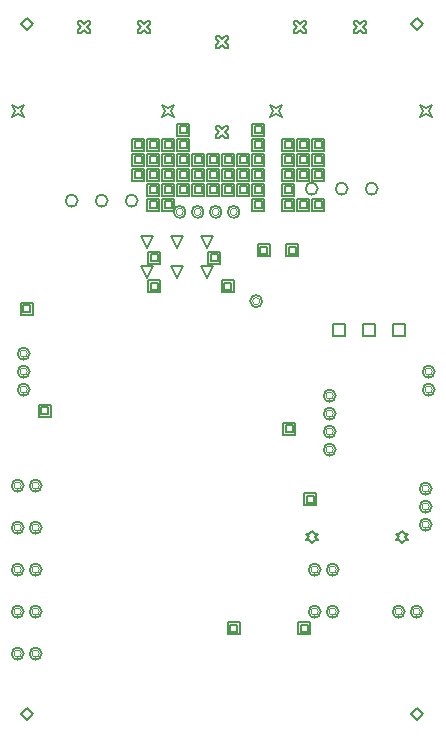
<source format=gbr>
%TF.GenerationSoftware,Altium Limited,Altium Designer,22.5.1 (42)*%
G04 Layer_Color=2752767*
%FSLAX26Y26*%
%MOIN*%
%TF.SameCoordinates,CF75AC15-3A71-4360-887B-83ED2C6183BC*%
%TF.FilePolarity,Positive*%
%TF.FileFunction,Drawing*%
%TF.Part,Single*%
G01*
G75*
%TA.AperFunction,NonConductor*%
%ADD51C,0.005000*%
%ADD72C,0.006667*%
%ADD74C,0.004000*%
D51*
X730000Y2020000D02*
X740000D01*
X750000Y2030000D01*
X760000Y2020000D01*
X770000D01*
Y2030000D01*
X760000Y2040000D01*
X770000Y2050000D01*
Y2060000D01*
X760000D01*
X750000Y2050000D01*
X740000Y2060000D01*
X730000D01*
Y2050000D01*
X740000Y2040000D01*
X730000Y2030000D01*
Y2020000D01*
Y2320000D02*
X740000D01*
X750000Y2330000D01*
X760000Y2320000D01*
X770000D01*
Y2330000D01*
X760000Y2340000D01*
X770000Y2350000D01*
Y2360000D01*
X760000D01*
X750000Y2350000D01*
X740000Y2360000D01*
X730000D01*
Y2350000D01*
X740000Y2340000D01*
X730000Y2330000D01*
Y2320000D01*
X80000Y2400000D02*
X100000Y2420000D01*
X120000Y2400000D01*
X100000Y2380000D01*
X80000Y2400000D01*
X1380000D02*
X1400000Y2420000D01*
X1420000Y2400000D01*
X1400000Y2380000D01*
X1380000Y2400000D01*
X80000Y100000D02*
X100000Y120000D01*
X120000Y100000D01*
X100000Y80000D01*
X80000Y100000D01*
X1380000D02*
X1400000Y120000D01*
X1420000Y100000D01*
X1400000Y80000D01*
X1380000Y100000D01*
X270000Y2370000D02*
X280000D01*
X290000Y2380000D01*
X300000Y2370000D01*
X310000D01*
Y2380000D01*
X300000Y2390000D01*
X310000Y2400000D01*
Y2410000D01*
X300000D01*
X290000Y2400000D01*
X280000Y2410000D01*
X270000D01*
Y2400000D01*
X280000Y2390000D01*
X270000Y2380000D01*
Y2370000D01*
X470000D02*
X480000D01*
X490000Y2380000D01*
X500000Y2370000D01*
X510000D01*
Y2380000D01*
X500000Y2390000D01*
X510000Y2400000D01*
Y2410000D01*
X500000D01*
X490000Y2400000D01*
X480000Y2410000D01*
X470000D01*
Y2400000D01*
X480000Y2390000D01*
X470000Y2380000D01*
Y2370000D01*
X1190000D02*
X1200000D01*
X1210000Y2380000D01*
X1220000Y2370000D01*
X1230000D01*
Y2380000D01*
X1220000Y2390000D01*
X1230000Y2400000D01*
Y2410000D01*
X1220000D01*
X1210000Y2400000D01*
X1200000Y2410000D01*
X1190000D01*
Y2400000D01*
X1200000Y2390000D01*
X1190000Y2380000D01*
Y2370000D01*
X990000D02*
X1000000D01*
X1010000Y2380000D01*
X1020000Y2370000D01*
X1030000D01*
Y2380000D01*
X1020000Y2390000D01*
X1030000Y2400000D01*
Y2410000D01*
X1020000D01*
X1010000Y2400000D01*
X1000000Y2410000D01*
X990000D01*
Y2400000D01*
X1000000Y2390000D01*
X990000Y2380000D01*
Y2370000D01*
X550000Y2090000D02*
X560000Y2110000D01*
X550000Y2130000D01*
X570000Y2120000D01*
X590000Y2130000D01*
X580000Y2110000D01*
X590000Y2090000D01*
X570000Y2100000D01*
X550000Y2090000D01*
X50000D02*
X60000Y2110000D01*
X50000Y2130000D01*
X70000Y2120000D01*
X90000Y2130000D01*
X80000Y2110000D01*
X90000Y2090000D01*
X70000Y2100000D01*
X50000Y2090000D01*
X910000D02*
X920000Y2110000D01*
X910000Y2130000D01*
X930000Y2120000D01*
X950000Y2130000D01*
X940000Y2110000D01*
X950000Y2090000D01*
X930000Y2100000D01*
X910000Y2090000D01*
X1410000D02*
X1420000Y2110000D01*
X1410000Y2130000D01*
X1430000Y2120000D01*
X1450000Y2130000D01*
X1440000Y2110000D01*
X1450000Y2090000D01*
X1430000Y2100000D01*
X1410000Y2090000D01*
X1050000Y670000D02*
X1060000Y680000D01*
X1070000D01*
X1060000Y690000D01*
X1070000Y700000D01*
X1060000D01*
X1050000Y710000D01*
X1040000Y700000D01*
X1030000D01*
X1040000Y690000D01*
X1030000Y680000D01*
X1040000D01*
X1050000Y670000D01*
X1350000D02*
X1360000Y680000D01*
X1370000D01*
X1360000Y690000D01*
X1370000Y700000D01*
X1360000D01*
X1350000Y710000D01*
X1340000Y700000D01*
X1330000D01*
X1340000Y690000D01*
X1330000Y680000D01*
X1340000D01*
X1350000Y670000D01*
X1320000Y1360000D02*
Y1400000D01*
X1360000D01*
Y1360000D01*
X1320000D01*
X1220000D02*
Y1400000D01*
X1260000D01*
Y1360000D01*
X1220000D01*
X1120000D02*
Y1400000D01*
X1160000D01*
Y1360000D01*
X1120000D01*
X700000Y1651000D02*
X680000Y1691000D01*
X720000D01*
X700000Y1651000D01*
Y1551000D02*
X680000Y1591000D01*
X720000D01*
X700000Y1551000D01*
X600000Y1651000D02*
X580000Y1691000D01*
X620000D01*
X600000Y1651000D01*
Y1551000D02*
X580000Y1591000D01*
X620000D01*
X600000Y1551000D01*
X500000Y1651000D02*
X480000Y1691000D01*
X520000D01*
X500000Y1651000D01*
Y1551000D02*
X480000Y1591000D01*
X520000D01*
X500000Y1551000D01*
X505000Y1600000D02*
Y1640000D01*
X545000D01*
Y1600000D01*
X505000D01*
X513000Y1608000D02*
Y1632000D01*
X537000D01*
Y1608000D01*
X513000D01*
X705000Y1600000D02*
Y1640000D01*
X745000D01*
Y1600000D01*
X705000D01*
X713000Y1608000D02*
Y1632000D01*
X737000D01*
Y1608000D01*
X713000D01*
X965000Y1625000D02*
Y1665000D01*
X1005000D01*
Y1625000D01*
X965000D01*
X973000Y1633000D02*
Y1657000D01*
X997000D01*
Y1633000D01*
X973000D01*
X870000Y1625000D02*
Y1665000D01*
X910000D01*
Y1625000D01*
X870000D01*
X878000Y1633000D02*
Y1657000D01*
X902000D01*
Y1633000D01*
X878000D01*
X505000Y1505000D02*
Y1545000D01*
X545000D01*
Y1505000D01*
X505000D01*
X513000Y1513000D02*
Y1537000D01*
X537000D01*
Y1513000D01*
X513000D01*
X750000Y1505000D02*
Y1545000D01*
X790000D01*
Y1505000D01*
X750000D01*
X758000Y1513000D02*
Y1537000D01*
X782000D01*
Y1513000D01*
X758000D01*
X852000Y1777000D02*
Y1817000D01*
X892000D01*
Y1777000D01*
X852000D01*
X860000Y1785000D02*
Y1809000D01*
X884000D01*
Y1785000D01*
X860000D01*
X952000Y1777000D02*
Y1817000D01*
X992000D01*
Y1777000D01*
X952000D01*
X960000Y1785000D02*
Y1809000D01*
X984000D01*
Y1785000D01*
X960000D01*
X952000Y1977000D02*
Y2017000D01*
X992000D01*
Y1977000D01*
X952000D01*
X960000Y1985000D02*
Y2009000D01*
X984000D01*
Y1985000D01*
X960000D01*
X952000Y1927000D02*
Y1967000D01*
X992000D01*
Y1927000D01*
X952000D01*
X960000Y1935000D02*
Y1959000D01*
X984000D01*
Y1935000D01*
X960000D01*
X952000Y1877000D02*
Y1917000D01*
X992000D01*
Y1877000D01*
X952000D01*
X960000Y1885000D02*
Y1909000D01*
X984000D01*
Y1885000D01*
X960000D01*
X952000Y1827000D02*
Y1867000D01*
X992000D01*
Y1827000D01*
X952000D01*
X960000Y1835000D02*
Y1859000D01*
X984000D01*
Y1835000D01*
X960000D01*
X1025000Y795000D02*
Y835000D01*
X1065000D01*
Y795000D01*
X1025000D01*
X1033000Y803000D02*
Y827000D01*
X1057000D01*
Y803000D01*
X1033000D01*
X770000Y365000D02*
Y405000D01*
X810000D01*
Y365000D01*
X770000D01*
X778000Y373000D02*
Y397000D01*
X802000D01*
Y373000D01*
X778000D01*
X1005000Y365000D02*
Y405000D01*
X1045000D01*
Y365000D01*
X1005000D01*
X1013000Y373000D02*
Y397000D01*
X1037000D01*
Y373000D01*
X1013000D01*
X1052000Y1977000D02*
Y2017000D01*
X1092000D01*
Y1977000D01*
X1052000D01*
X1060000Y1985000D02*
Y2009000D01*
X1084000D01*
Y1985000D01*
X1060000D01*
X1052000Y1927000D02*
Y1967000D01*
X1092000D01*
Y1927000D01*
X1052000D01*
X1060000Y1935000D02*
Y1959000D01*
X1084000D01*
Y1935000D01*
X1060000D01*
X1052000Y1877000D02*
Y1917000D01*
X1092000D01*
Y1877000D01*
X1052000D01*
X1060000Y1885000D02*
Y1909000D01*
X1084000D01*
Y1885000D01*
X1060000D01*
X1052000Y1777000D02*
Y1817000D01*
X1092000D01*
Y1777000D01*
X1052000D01*
X1060000Y1785000D02*
Y1809000D01*
X1084000D01*
Y1785000D01*
X1060000D01*
X1002000Y1977000D02*
Y2017000D01*
X1042000D01*
Y1977000D01*
X1002000D01*
X1010000Y1985000D02*
Y2009000D01*
X1034000D01*
Y1985000D01*
X1010000D01*
X1002000Y1927000D02*
Y1967000D01*
X1042000D01*
Y1927000D01*
X1002000D01*
X1010000Y1935000D02*
Y1959000D01*
X1034000D01*
Y1935000D01*
X1010000D01*
X1002000Y1877000D02*
Y1917000D01*
X1042000D01*
Y1877000D01*
X1002000D01*
X1010000Y1885000D02*
Y1909000D01*
X1034000D01*
Y1885000D01*
X1010000D01*
X1002000Y1777000D02*
Y1817000D01*
X1042000D01*
Y1777000D01*
X1002000D01*
X1010000Y1785000D02*
Y1809000D01*
X1034000D01*
Y1785000D01*
X1010000D01*
X852000Y2027000D02*
Y2067000D01*
X892000D01*
Y2027000D01*
X852000D01*
X860000Y2035000D02*
Y2059000D01*
X884000D01*
Y2035000D01*
X860000D01*
X852000Y1977000D02*
Y2017000D01*
X892000D01*
Y1977000D01*
X852000D01*
X860000Y1985000D02*
Y2009000D01*
X884000D01*
Y1985000D01*
X860000D01*
X852000Y1927000D02*
Y1967000D01*
X892000D01*
Y1927000D01*
X852000D01*
X860000Y1935000D02*
Y1959000D01*
X884000D01*
Y1935000D01*
X860000D01*
X852000Y1877000D02*
Y1917000D01*
X892000D01*
Y1877000D01*
X852000D01*
X860000Y1885000D02*
Y1909000D01*
X884000D01*
Y1885000D01*
X860000D01*
X852000Y1827000D02*
Y1867000D01*
X892000D01*
Y1827000D01*
X852000D01*
X860000Y1835000D02*
Y1859000D01*
X884000D01*
Y1835000D01*
X860000D01*
X802000Y1927000D02*
Y1967000D01*
X842000D01*
Y1927000D01*
X802000D01*
X810000Y1935000D02*
Y1959000D01*
X834000D01*
Y1935000D01*
X810000D01*
X802000Y1877000D02*
Y1917000D01*
X842000D01*
Y1877000D01*
X802000D01*
X810000Y1885000D02*
Y1909000D01*
X834000D01*
Y1885000D01*
X810000D01*
X802000Y1827000D02*
Y1867000D01*
X842000D01*
Y1827000D01*
X802000D01*
X810000Y1835000D02*
Y1859000D01*
X834000D01*
Y1835000D01*
X810000D01*
X752000Y1927000D02*
Y1967000D01*
X792000D01*
Y1927000D01*
X752000D01*
X760000Y1935000D02*
Y1959000D01*
X784000D01*
Y1935000D01*
X760000D01*
X752000Y1877000D02*
Y1917000D01*
X792000D01*
Y1877000D01*
X752000D01*
X760000Y1885000D02*
Y1909000D01*
X784000D01*
Y1885000D01*
X760000D01*
X752000Y1827000D02*
Y1867000D01*
X792000D01*
Y1827000D01*
X752000D01*
X760000Y1835000D02*
Y1859000D01*
X784000D01*
Y1835000D01*
X760000D01*
X702000Y1927000D02*
Y1967000D01*
X742000D01*
Y1927000D01*
X702000D01*
X710000Y1935000D02*
Y1959000D01*
X734000D01*
Y1935000D01*
X710000D01*
X702000Y1877000D02*
Y1917000D01*
X742000D01*
Y1877000D01*
X702000D01*
X710000Y1885000D02*
Y1909000D01*
X734000D01*
Y1885000D01*
X710000D01*
X702000Y1827000D02*
Y1867000D01*
X742000D01*
Y1827000D01*
X702000D01*
X710000Y1835000D02*
Y1859000D01*
X734000D01*
Y1835000D01*
X710000D01*
X652000Y1927000D02*
Y1967000D01*
X692000D01*
Y1927000D01*
X652000D01*
X660000Y1935000D02*
Y1959000D01*
X684000D01*
Y1935000D01*
X660000D01*
X652000Y1877000D02*
Y1917000D01*
X692000D01*
Y1877000D01*
X652000D01*
X660000Y1885000D02*
Y1909000D01*
X684000D01*
Y1885000D01*
X660000D01*
X652000Y1827000D02*
Y1867000D01*
X692000D01*
Y1827000D01*
X652000D01*
X660000Y1835000D02*
Y1859000D01*
X684000D01*
Y1835000D01*
X660000D01*
X602000Y2027000D02*
Y2067000D01*
X642000D01*
Y2027000D01*
X602000D01*
X610000Y2035000D02*
Y2059000D01*
X634000D01*
Y2035000D01*
X610000D01*
X602000Y1977000D02*
Y2017000D01*
X642000D01*
Y1977000D01*
X602000D01*
X610000Y1985000D02*
Y2009000D01*
X634000D01*
Y1985000D01*
X610000D01*
X602000Y1927000D02*
Y1967000D01*
X642000D01*
Y1927000D01*
X602000D01*
X610000Y1935000D02*
Y1959000D01*
X634000D01*
Y1935000D01*
X610000D01*
X602000Y1877000D02*
Y1917000D01*
X642000D01*
Y1877000D01*
X602000D01*
X610000Y1885000D02*
Y1909000D01*
X634000D01*
Y1885000D01*
X610000D01*
X602000Y1827000D02*
Y1867000D01*
X642000D01*
Y1827000D01*
X602000D01*
X610000Y1835000D02*
Y1859000D01*
X634000D01*
Y1835000D01*
X610000D01*
X552000Y1977000D02*
Y2017000D01*
X592000D01*
Y1977000D01*
X552000D01*
X560000Y1985000D02*
Y2009000D01*
X584000D01*
Y1985000D01*
X560000D01*
X552000Y1927000D02*
Y1967000D01*
X592000D01*
Y1927000D01*
X552000D01*
X560000Y1935000D02*
Y1959000D01*
X584000D01*
Y1935000D01*
X560000D01*
X552000Y1877000D02*
Y1917000D01*
X592000D01*
Y1877000D01*
X552000D01*
X560000Y1885000D02*
Y1909000D01*
X584000D01*
Y1885000D01*
X560000D01*
X552000Y1827000D02*
Y1867000D01*
X592000D01*
Y1827000D01*
X552000D01*
X560000Y1835000D02*
Y1859000D01*
X584000D01*
Y1835000D01*
X560000D01*
X552000Y1777000D02*
Y1817000D01*
X592000D01*
Y1777000D01*
X552000D01*
X560000Y1785000D02*
Y1809000D01*
X584000D01*
Y1785000D01*
X560000D01*
X502000Y1977000D02*
Y2017000D01*
X542000D01*
Y1977000D01*
X502000D01*
X510000Y1985000D02*
Y2009000D01*
X534000D01*
Y1985000D01*
X510000D01*
X502000Y1927000D02*
Y1967000D01*
X542000D01*
Y1927000D01*
X502000D01*
X510000Y1935000D02*
Y1959000D01*
X534000D01*
Y1935000D01*
X510000D01*
X502000Y1877000D02*
Y1917000D01*
X542000D01*
Y1877000D01*
X502000D01*
X510000Y1885000D02*
Y1909000D01*
X534000D01*
Y1885000D01*
X510000D01*
X502000Y1827000D02*
Y1867000D01*
X542000D01*
Y1827000D01*
X502000D01*
X510000Y1835000D02*
Y1859000D01*
X534000D01*
Y1835000D01*
X510000D01*
X502000Y1777000D02*
Y1817000D01*
X542000D01*
Y1777000D01*
X502000D01*
X510000Y1785000D02*
Y1809000D01*
X534000D01*
Y1785000D01*
X510000D01*
X452000Y1977000D02*
Y2017000D01*
X492000D01*
Y1977000D01*
X452000D01*
X460000Y1985000D02*
Y2009000D01*
X484000D01*
Y1985000D01*
X460000D01*
X452000Y1927000D02*
Y1967000D01*
X492000D01*
Y1927000D01*
X452000D01*
X460000Y1935000D02*
Y1959000D01*
X484000D01*
Y1935000D01*
X460000D01*
X452000Y1877000D02*
Y1917000D01*
X492000D01*
Y1877000D01*
X452000D01*
X460000Y1885000D02*
Y1909000D01*
X484000D01*
Y1885000D01*
X460000D01*
X955000Y1030000D02*
Y1070000D01*
X995000D01*
Y1030000D01*
X955000D01*
X963000Y1038000D02*
Y1062000D01*
X987000D01*
Y1038000D01*
X963000D01*
X140000Y1090000D02*
Y1130000D01*
X180000D01*
Y1090000D01*
X140000D01*
X148000Y1098000D02*
Y1122000D01*
X172000D01*
Y1098000D01*
X148000D01*
X80000Y1430000D02*
Y1470000D01*
X120000D01*
Y1430000D01*
X80000D01*
X88000Y1438000D02*
Y1462000D01*
X112000D01*
Y1438000D01*
X88000D01*
D72*
X470000Y1810000D02*
G03*
X470000Y1810000I-20000J0D01*
G01*
X370000D02*
G03*
X370000Y1810000I-20000J0D01*
G01*
X270000D02*
G03*
X270000Y1810000I-20000J0D01*
G01*
X690000Y1772500D02*
G03*
X690000Y1772500I-20000J0D01*
G01*
X810000D02*
G03*
X810000Y1772500I-20000J0D01*
G01*
X750000D02*
G03*
X750000Y1772500I-20000J0D01*
G01*
X630000D02*
G03*
X630000Y1772500I-20000J0D01*
G01*
X1130000Y1040000D02*
G03*
X1130000Y1040000I-20000J0D01*
G01*
Y1160000D02*
G03*
X1130000Y1160000I-20000J0D01*
G01*
Y1100000D02*
G03*
X1130000Y1100000I-20000J0D01*
G01*
Y980000D02*
G03*
X1130000Y980000I-20000J0D01*
G01*
X110000Y1240000D02*
G03*
X110000Y1240000I-20000J0D01*
G01*
Y1300000D02*
G03*
X110000Y1300000I-20000J0D01*
G01*
Y1180000D02*
G03*
X110000Y1180000I-20000J0D01*
G01*
X1450000Y790000D02*
G03*
X1450000Y790000I-20000J0D01*
G01*
Y730000D02*
G03*
X1450000Y730000I-20000J0D01*
G01*
Y850000D02*
G03*
X1450000Y850000I-20000J0D01*
G01*
X1420000Y440000D02*
G03*
X1420000Y440000I-20000J0D01*
G01*
X1360000D02*
G03*
X1360000Y440000I-20000J0D01*
G01*
X1460000Y1180000D02*
G03*
X1460000Y1180000I-20000J0D01*
G01*
Y1240000D02*
G03*
X1460000Y1240000I-20000J0D01*
G01*
X150000Y860000D02*
G03*
X150000Y860000I-20000J0D01*
G01*
X90000D02*
G03*
X90000Y860000I-20000J0D01*
G01*
X1140000Y440000D02*
G03*
X1140000Y440000I-20000J0D01*
G01*
X1080000D02*
G03*
X1080000Y440000I-20000J0D01*
G01*
X90000Y580000D02*
G03*
X90000Y580000I-20000J0D01*
G01*
X150000D02*
G03*
X150000Y580000I-20000J0D01*
G01*
X90000Y300000D02*
G03*
X90000Y300000I-20000J0D01*
G01*
X150000D02*
G03*
X150000Y300000I-20000J0D01*
G01*
X1080000Y580000D02*
G03*
X1080000Y580000I-20000J0D01*
G01*
X1140000D02*
G03*
X1140000Y580000I-20000J0D01*
G01*
X90000Y720000D02*
G03*
X90000Y720000I-20000J0D01*
G01*
X150000D02*
G03*
X150000Y720000I-20000J0D01*
G01*
X90000Y440000D02*
G03*
X90000Y440000I-20000J0D01*
G01*
X150000D02*
G03*
X150000Y440000I-20000J0D01*
G01*
X1270000Y1850000D02*
G03*
X1270000Y1850000I-20000J0D01*
G01*
X1170000D02*
G03*
X1170000Y1850000I-20000J0D01*
G01*
X1070000D02*
G03*
X1070000Y1850000I-20000J0D01*
G01*
X885000Y1475000D02*
G03*
X885000Y1475000I-20000J0D01*
G01*
D74*
X682000Y1772500D02*
G03*
X682000Y1772500I-12000J0D01*
G01*
X802000D02*
G03*
X802000Y1772500I-12000J0D01*
G01*
X742000D02*
G03*
X742000Y1772500I-12000J0D01*
G01*
X622000D02*
G03*
X622000Y1772500I-12000J0D01*
G01*
X1122000Y1040000D02*
G03*
X1122000Y1040000I-12000J0D01*
G01*
Y1160000D02*
G03*
X1122000Y1160000I-12000J0D01*
G01*
Y1100000D02*
G03*
X1122000Y1100000I-12000J0D01*
G01*
Y980000D02*
G03*
X1122000Y980000I-12000J0D01*
G01*
X102000Y1240000D02*
G03*
X102000Y1240000I-12000J0D01*
G01*
Y1300000D02*
G03*
X102000Y1300000I-12000J0D01*
G01*
Y1180000D02*
G03*
X102000Y1180000I-12000J0D01*
G01*
X1442000Y790000D02*
G03*
X1442000Y790000I-12000J0D01*
G01*
Y730000D02*
G03*
X1442000Y730000I-12000J0D01*
G01*
Y850000D02*
G03*
X1442000Y850000I-12000J0D01*
G01*
X1412000Y440000D02*
G03*
X1412000Y440000I-12000J0D01*
G01*
X1352000D02*
G03*
X1352000Y440000I-12000J0D01*
G01*
X1452000Y1180000D02*
G03*
X1452000Y1180000I-12000J0D01*
G01*
Y1240000D02*
G03*
X1452000Y1240000I-12000J0D01*
G01*
X142000Y860000D02*
G03*
X142000Y860000I-12000J0D01*
G01*
X82000D02*
G03*
X82000Y860000I-12000J0D01*
G01*
X1132000Y440000D02*
G03*
X1132000Y440000I-12000J0D01*
G01*
X1072000D02*
G03*
X1072000Y440000I-12000J0D01*
G01*
X82000Y580000D02*
G03*
X82000Y580000I-12000J0D01*
G01*
X142000D02*
G03*
X142000Y580000I-12000J0D01*
G01*
X82000Y300000D02*
G03*
X82000Y300000I-12000J0D01*
G01*
X142000D02*
G03*
X142000Y300000I-12000J0D01*
G01*
X1072000Y580000D02*
G03*
X1072000Y580000I-12000J0D01*
G01*
X1132000D02*
G03*
X1132000Y580000I-12000J0D01*
G01*
X82000Y720000D02*
G03*
X82000Y720000I-12000J0D01*
G01*
X142000D02*
G03*
X142000Y720000I-12000J0D01*
G01*
X82000Y440000D02*
G03*
X82000Y440000I-12000J0D01*
G01*
X142000D02*
G03*
X142000Y440000I-12000J0D01*
G01*
X877000Y1475000D02*
G03*
X877000Y1475000I-12000J0D01*
G01*
%TF.MD5,6b4fcc211c7c145bc084a8974cb53508*%
M02*

</source>
